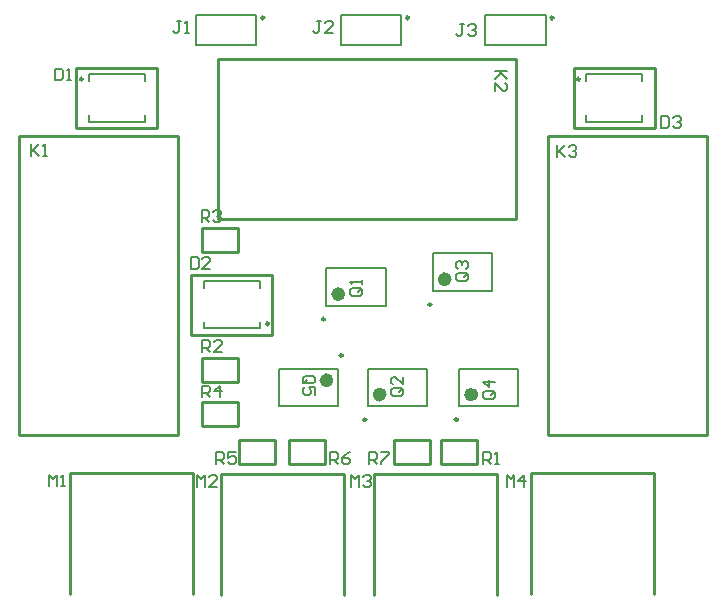
<source format=gto>
G04*
G04 #@! TF.GenerationSoftware,Altium Limited,Altium Designer,18.1.9 (240)*
G04*
G04 Layer_Color=65535*
%FSLAX25Y25*%
%MOIN*%
G70*
G01*
G75*
%ADD10C,0.00984*%
%ADD11C,0.02362*%
%ADD12C,0.01000*%
%ADD13C,0.00787*%
D10*
X202658Y267913D02*
G03*
X202658Y267913I-492J0D01*
G01*
X250886D02*
G03*
X250886Y267913I-492J0D01*
G01*
X299114D02*
G03*
X299114Y267913I-492J0D01*
G01*
X307972Y247441D02*
G03*
X307972Y247441I-492J0D01*
G01*
X142224D02*
G03*
X142224Y247441I-492J0D01*
G01*
X204232Y165945D02*
G03*
X204232Y165945I-492J0D01*
G01*
X236693Y133957D02*
G03*
X236693Y133957I-492J0D01*
G01*
X222913Y167421D02*
G03*
X222913Y167421I-492J0D01*
G01*
X258347Y172343D02*
G03*
X258347Y172343I-492J0D01*
G01*
X267205Y133957D02*
G03*
X267205Y133957I-492J0D01*
G01*
X228858Y155413D02*
G03*
X228858Y155413I-492J0D01*
G01*
D11*
X242323Y142323D02*
G03*
X242323Y142323I-1181J0D01*
G01*
X228543Y175787D02*
G03*
X228543Y175787I-1181J0D01*
G01*
X263976Y180709D02*
G03*
X263976Y180709I-1181J0D01*
G01*
X272835Y142323D02*
G03*
X272835Y142323I-1181J0D01*
G01*
X224606Y147047D02*
G03*
X224606Y147047I-1181J0D01*
G01*
D12*
X174016Y128937D02*
Y228346D01*
X120866D02*
X174016D01*
X120866Y128937D02*
Y228346D01*
Y128937D02*
X174016D01*
X187205Y200984D02*
Y254134D01*
X286614D01*
Y200984D02*
Y254134D01*
X187205Y200984D02*
X286614D01*
X350394Y128937D02*
Y228346D01*
X297244D02*
X350394D01*
X297244Y128937D02*
Y228346D01*
Y128937D02*
X350394D01*
X305791Y231142D02*
Y251142D01*
Y231142D02*
X332791D01*
Y251142D01*
X305791D02*
X332791D01*
X140043Y231142D02*
Y251142D01*
Y231142D02*
X167043D01*
Y251142D01*
X140043D02*
X167043D01*
X181992Y131827D02*
Y139827D01*
Y131827D02*
X193992D01*
Y139827D01*
X181992D02*
X193992D01*
X205429Y162244D02*
Y182244D01*
X178429D02*
X205429D01*
X178429Y162244D02*
Y182244D01*
Y162244D02*
X205429D01*
X181992Y189898D02*
Y197898D01*
Y189898D02*
X193992D01*
Y197898D01*
X181992D02*
X193992D01*
X206394Y119032D02*
Y127032D01*
X194394D02*
X206394D01*
X194394Y119032D02*
Y127032D01*
Y119032D02*
X206394D01*
X210929D02*
Y127032D01*
Y119032D02*
X222929D01*
Y127032D01*
X210929D02*
X222929D01*
X257968Y119032D02*
Y127032D01*
X245969D02*
X257968D01*
X245969Y119032D02*
Y127032D01*
Y119032D02*
X257968D01*
X261717D02*
Y127032D01*
Y119032D02*
X273716D01*
Y127032D01*
X261717D02*
X273716D01*
X291508Y75787D02*
Y116004D01*
X332508Y75787D02*
Y116004D01*
X291508D02*
X332508D01*
X239342Y75512D02*
Y115728D01*
X280343Y75512D02*
Y115728D01*
X239342D02*
X280343D01*
X137965Y75787D02*
Y116004D01*
X178965Y75787D02*
Y116004D01*
X137965D02*
X178965D01*
X188161Y75512D02*
Y115728D01*
X229161Y75512D02*
Y115728D01*
X188161D02*
X229161D01*
X181992Y146591D02*
Y154591D01*
Y146591D02*
X193992D01*
Y154591D01*
X181992D02*
X193992D01*
D13*
X179921Y258858D02*
X200000D01*
X179921D02*
Y268701D01*
X200000D01*
Y258858D02*
Y268701D01*
X248228Y258858D02*
Y268701D01*
X228150D02*
X248228D01*
X228150Y258858D02*
Y268701D01*
Y258858D02*
X248228D01*
X276378D02*
X296457D01*
X276378D02*
Y268701D01*
X296457D01*
Y258858D02*
Y268701D01*
X328543Y233268D02*
Y235433D01*
X310039Y233268D02*
Y235433D01*
X328543Y246850D02*
Y249016D01*
X310039Y246850D02*
Y249016D01*
Y233268D02*
X328543D01*
X310039Y249016D02*
X328543D01*
X162795Y233268D02*
Y235433D01*
X144291Y233268D02*
Y235433D01*
X162795Y246850D02*
Y249016D01*
X144291Y246850D02*
Y249016D01*
Y233268D02*
X162795D01*
X144291Y249016D02*
X162795D01*
X182677Y177953D02*
Y180118D01*
X201181Y177953D02*
Y180118D01*
X182677Y164370D02*
Y166535D01*
X201181Y164370D02*
Y166535D01*
X182677Y180118D02*
X201181D01*
X182677Y164370D02*
X201181D01*
X237205Y138386D02*
X256890D01*
X237205Y150984D02*
X256890D01*
X237205Y138386D02*
Y150984D01*
X256890Y138386D02*
Y150984D01*
X223425Y171850D02*
X243110D01*
X223425Y184449D02*
X243110D01*
X223425Y171850D02*
Y184449D01*
X243110Y171850D02*
Y184449D01*
X258858Y176772D02*
X278543D01*
X258858Y189370D02*
X278543D01*
X258858Y176772D02*
Y189370D01*
X278543Y176772D02*
Y189370D01*
X267717Y138386D02*
X287402D01*
X267717Y150984D02*
X287402D01*
X267717Y138386D02*
Y150984D01*
X287402Y138386D02*
Y150984D01*
X207677Y150984D02*
X227362D01*
X207677Y138386D02*
X227362D01*
Y150984D01*
X207677Y138386D02*
Y150984D01*
X237713Y119095D02*
Y123030D01*
X239681D01*
X240336Y122374D01*
Y121062D01*
X239681Y120406D01*
X237713D01*
X239024D02*
X240336Y119095D01*
X241648Y123030D02*
X244272D01*
Y122374D01*
X241648Y119750D01*
Y119095D01*
X224697D02*
Y123030D01*
X226665D01*
X227321Y122374D01*
Y121062D01*
X226665Y120406D01*
X224697D01*
X226009D02*
X227321Y119095D01*
X231256Y123030D02*
X229944Y122374D01*
X228633Y121062D01*
Y119750D01*
X229289Y119095D01*
X230601D01*
X231256Y119750D01*
Y120406D01*
X230601Y121062D01*
X228633D01*
X186614Y119165D02*
Y123101D01*
X188582D01*
X189238Y122445D01*
Y121133D01*
X188582Y120477D01*
X186614D01*
X187926D02*
X189238Y119165D01*
X193174Y123101D02*
X190550D01*
Y121133D01*
X191862Y121789D01*
X192518D01*
X193174Y121133D01*
Y119821D01*
X192518Y119165D01*
X191206D01*
X190550Y119821D01*
X182087Y141378D02*
Y145314D01*
X184055D01*
X184710Y144658D01*
Y143346D01*
X184055Y142690D01*
X182087D01*
X183398D02*
X184710Y141378D01*
X187990D02*
Y145314D01*
X186022Y143346D01*
X188646D01*
X181772Y199803D02*
Y203739D01*
X183739D01*
X184396Y203083D01*
Y201771D01*
X183739Y201115D01*
X181772D01*
X183084D02*
X184396Y199803D01*
X185707Y203083D02*
X186363Y203739D01*
X187675D01*
X188331Y203083D01*
Y202427D01*
X187675Y201771D01*
X187019D01*
X187675D01*
X188331Y201115D01*
Y200459D01*
X187675Y199803D01*
X186363D01*
X185707Y200459D01*
X182087Y156496D02*
Y160432D01*
X184055D01*
X184710Y159776D01*
Y158464D01*
X184055Y157808D01*
X182087D01*
X183398D02*
X184710Y156496D01*
X188646D02*
X186022D01*
X188646Y159120D01*
Y159776D01*
X187990Y160432D01*
X186678D01*
X186022Y159776D01*
X275591Y119165D02*
Y123101D01*
X277558D01*
X278214Y122445D01*
Y121133D01*
X277558Y120477D01*
X275591D01*
X276903D02*
X278214Y119165D01*
X279526D02*
X280838D01*
X280182D01*
Y123101D01*
X279526Y122445D01*
X216207Y145998D02*
X218831D01*
X219487Y146654D01*
Y147966D01*
X218831Y148622D01*
X216207D01*
X215551Y147966D01*
Y146654D01*
X216863Y147310D02*
X215551Y145998D01*
Y146654D02*
X216207Y145998D01*
X219487Y142062D02*
Y144686D01*
X217519D01*
X218175Y143374D01*
Y142718D01*
X217519Y142062D01*
X216207D01*
X215551Y142718D01*
Y144030D01*
X216207Y144686D01*
X278872Y143372D02*
X276248D01*
X275592Y142716D01*
Y141404D01*
X276248Y140748D01*
X278872D01*
X279528Y141404D01*
Y142716D01*
X278216Y142060D02*
X279528Y143372D01*
Y142716D02*
X278872Y143372D01*
X279528Y146652D02*
X275592D01*
X277560Y144684D01*
Y147308D01*
X270013Y182742D02*
X267389D01*
X266734Y182086D01*
Y180774D01*
X267389Y180118D01*
X270013D01*
X270669Y180774D01*
Y182086D01*
X269357Y181430D02*
X270669Y182742D01*
Y182086D02*
X270013Y182742D01*
X267389Y184054D02*
X266734Y184710D01*
Y186022D01*
X267389Y186678D01*
X268045D01*
X268701Y186022D01*
Y185366D01*
Y186022D01*
X269357Y186678D01*
X270013D01*
X270669Y186022D01*
Y184710D01*
X270013Y184054D01*
X248360Y144356D02*
X245736D01*
X245080Y143700D01*
Y142388D01*
X245736Y141732D01*
X248360D01*
X249016Y142388D01*
Y143700D01*
X247704Y143044D02*
X249016Y144356D01*
Y143700D02*
X248360Y144356D01*
X249016Y148292D02*
Y145668D01*
X246392Y148292D01*
X245736D01*
X245080Y147636D01*
Y146324D01*
X245736Y145668D01*
X234580Y177821D02*
X231956D01*
X231300Y177165D01*
Y175853D01*
X231956Y175197D01*
X234580D01*
X235236Y175853D01*
Y177165D01*
X233924Y176509D02*
X235236Y177821D01*
Y177165D02*
X234580Y177821D01*
X235236Y179133D02*
Y180445D01*
Y179789D01*
X231300D01*
X231956Y179133D01*
X283465Y111496D02*
Y115432D01*
X284776Y114120D01*
X286088Y115432D01*
Y111496D01*
X289368D02*
Y115432D01*
X287400Y113464D01*
X290024D01*
X231622Y111409D02*
Y115345D01*
X232934Y114033D01*
X234246Y115345D01*
Y111409D01*
X235558Y114689D02*
X236214Y115345D01*
X237526D01*
X238182Y114689D01*
Y114033D01*
X237526Y113377D01*
X236870D01*
X237526D01*
X238182Y112721D01*
Y112065D01*
X237526Y111409D01*
X236214D01*
X235558Y112065D01*
X180291Y111409D02*
Y115345D01*
X181603Y114033D01*
X182915Y115345D01*
Y111409D01*
X186851D02*
X184227D01*
X186851Y114033D01*
Y114689D01*
X186195Y115345D01*
X184883D01*
X184227Y114689D01*
X130965Y111685D02*
Y115621D01*
X132276Y114309D01*
X133588Y115621D01*
Y111685D01*
X134900D02*
X136212D01*
X135556D01*
Y115621D01*
X134900Y114965D01*
X300197Y225392D02*
Y221457D01*
Y222769D01*
X302821Y225392D01*
X300853Y223425D01*
X302821Y221457D01*
X304133Y224736D02*
X304788Y225392D01*
X306101D01*
X306756Y224736D01*
Y224080D01*
X306101Y223425D01*
X305445D01*
X306101D01*
X306756Y222769D01*
Y222113D01*
X306101Y221457D01*
X304788D01*
X304133Y222113D01*
X283463Y250000D02*
X279528D01*
X280839D01*
X283463Y247376D01*
X281495Y249344D01*
X279528Y247376D01*
Y243440D02*
Y246064D01*
X282151Y243440D01*
X282807D01*
X283463Y244096D01*
Y245408D01*
X282807Y246064D01*
X125000Y225727D02*
Y221791D01*
Y223103D01*
X127624Y225727D01*
X125656Y223759D01*
X127624Y221791D01*
X128936D02*
X130248D01*
X129592D01*
Y225727D01*
X128936Y225071D01*
X269356Y265747D02*
X268044D01*
X268700D01*
Y262467D01*
X268044Y261811D01*
X267388D01*
X266732Y262467D01*
X270668Y265091D02*
X271324Y265747D01*
X272636D01*
X273292Y265091D01*
Y264435D01*
X272636Y263779D01*
X271980D01*
X272636D01*
X273292Y263123D01*
Y262467D01*
X272636Y261811D01*
X271324D01*
X270668Y262467D01*
X221581Y266731D02*
X220269D01*
X220925D01*
Y263451D01*
X220269Y262795D01*
X219613D01*
X218957Y263451D01*
X225516Y262795D02*
X222892D01*
X225516Y265419D01*
Y266075D01*
X224860Y266731D01*
X223548D01*
X222892Y266075D01*
X174947Y266731D02*
X173635D01*
X174291D01*
Y263451D01*
X173635Y262795D01*
X172979D01*
X172323Y263451D01*
X176259Y262795D02*
X177570D01*
X176915D01*
Y266731D01*
X176259Y266075D01*
X335039Y235235D02*
Y231299D01*
X337007D01*
X337663Y231955D01*
Y234579D01*
X337007Y235235D01*
X335039D01*
X338975Y234579D02*
X339631Y235235D01*
X340943D01*
X341599Y234579D01*
Y233923D01*
X340943Y233267D01*
X340287D01*
X340943D01*
X341599Y232611D01*
Y231955D01*
X340943Y231299D01*
X339631D01*
X338975Y231955D01*
X178150Y187991D02*
Y184055D01*
X180117D01*
X180773Y184711D01*
Y187335D01*
X180117Y187991D01*
X178150D01*
X184709Y184055D02*
X182085D01*
X184709Y186679D01*
Y187335D01*
X184053Y187991D01*
X182741D01*
X182085Y187335D01*
X132874Y250983D02*
Y247047D01*
X134842D01*
X135498Y247703D01*
Y250327D01*
X134842Y250983D01*
X132874D01*
X136810Y247047D02*
X138122D01*
X137466D01*
Y250983D01*
X136810Y250327D01*
M02*

</source>
